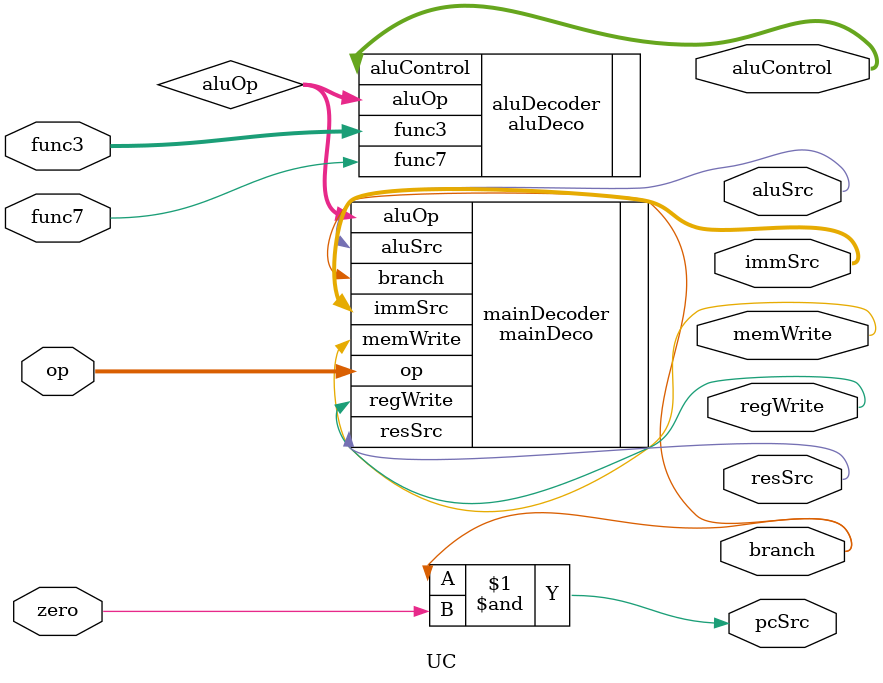
<source format=v>
module UC(
    input [6:0] op,           // Opcode de la instrucción
    input [2:0] func3,        // func3 de la instrucción
    input func7,              // func7 de la instrucción
    input zero,               // Señal de comparación de la ALU
    output pcSrc,             // Señal para seleccionar el PC
    output branch,            // Señal de branch
    output resSrc,            // Selección de fuente de resultado
    output memWrite,          // Señal de escritura de memoria
    output aluSrc,            // Selección de fuente de entrada para la ALU
    output regWrite,          // Señal de escritura de registros
    output [2:0] aluControl,  // Señal de control de la ALU
    output [1:0] immSrc       // Selección del tipo de inmediato
);

    // Señal interna para la conexión entre DecodificadorPrincipal y ALUDecoder
    wire [1:0] aluOp;

    // Instancia del Decodificador Principal
    mainDeco mainDecoder (
        .op(op),
        .branch(branch),
        .resSrc(resSrc),
        .memWrite(memWrite),
        .aluSrc(aluSrc),
        .regWrite(regWrite),
        .immSrc(immSrc),
        .aluOp(aluOp)
    );

    // Instancia del Decodificador de ALU
    aluDeco aluDecoder (
        .aluOp(aluOp),
        .func3(func3),
        .func7(func7),
        .aluControl(aluControl)
    );

    // Señal de pcSrc basada en branch y zero
    assign pcSrc = branch & zero;

endmodule


/* Unidad de control:
Unidad de Control: es la circuitería que controla el flujo de 
datos a través del procesador, generando las señales necesarias 
para operar el camino de datos. 

Es una máquina de estados finitos cuyas tareas son leer,
decodificar, ejecutar la instruccion y almacenar los resultados.

Esta constituida por:

Un registro de instrucción encargado de almacenar la instrucción en ejecución;
Un contador de programas (PC) que contiene la dirección de memoria de la siguiente instrucción a ejecutar;
Un decodificador que interpreta la instrucción para su posterior proceso, extrayendo el código de operación
de la instrucción en curso;
Un secuenciador que genera las microinstrucciones necesarias para ejecutar la instrucción; y
Un reloj que proporciona sincronización entre los componentes.
*/
</source>
